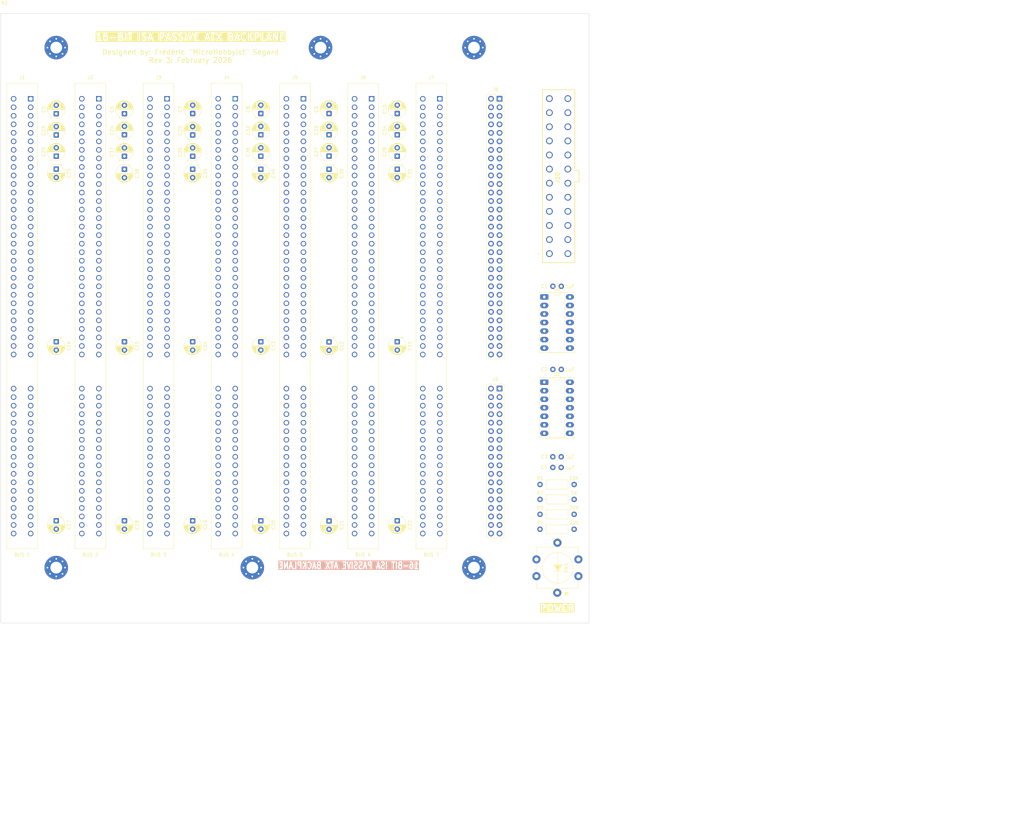
<source format=kicad_pcb>
(kicad_pcb (version 20241229) (generator "pcbnew") (generator_version "9.0")
  (title_block (date "2022-10-08") (rev "2"))
  (layers (0 "F.Cu" mixed) (2 "B.Cu" mixed) (13 "F.Paste" user) (15 "B.Paste" user) (5 "F.SilkS" user "F.Silkscreen") (7 "B.SilkS" user "B.Silkscreen") (1 "F.Mask" user) (3 "B.Mask" user) (25 "Edge.Cuts" user))
  (net 0 "")
  (net 1 "GND")
  (net 2 "+5V")
  (net 3 "Net-(C3-Pad1)")
  (net 4 "+12V")
  (net 5 "-12V")
  (net 6 "+3V3")
  (net 7 "VCC")
  (net 8 "Net-(C4-Pad1)")
  (net 9 "/D7")
  (net 10 "/D6")
  (net 11 "/D5")
  (net 12 "/D4")
  (net 13 "/D3")
  (net 14 "/D2")
  (net 15 "/D1")
  (net 16 "/D0")
  (net 17 "/USR3")
  (net 18 "/USR2")
  (net 19 "/USR1")
  (net 20 "/A15")
  (net 21 "/A14")
  (net 22 "/A13")
  (net 23 "/A12")
  (net 24 "/A11")
  (net 25 "/A10")
  (net 26 "/A9")
  (net 27 "/A8")
  (net 28 "/A7")
  (net 29 "/A6")
  (net 30 "/A5")
  (net 31 "/A4")
  (net 32 "/A3")
  (net 33 "/A2")
  (net 34 "/A1")
  (net 35 "/A0")
  (net 36 "/~{RESET}")
  (net 37 "/USR4")
  (net 38 "/~{NMI}")
  (net 39 "/~{MREQ}")
  (net 40 "/~{IORQ}")
  (net 41 "/~{WR}")
  (net 42 "/~{RD}")
  (net 43 "/~{IRQ2}")
  (net 44 "/~{IRQ10}")
  (net 45 "/~{IRQ11}")
  (net 46 "/~{IRQ12}")
  (net 47 "/~{HALT}")
  (net 48 "/~{IRQ13}")
  (net 49 "/A23")
  (net 50 "/A22")
  (net 51 "/A21")
  (net 52 "/A20")
  (net 53 "/A19")
  (net 54 "/A18")
  (net 55 "/A17")
  (net 56 "/A16")
  (net 57 "/~{IRQ7}")
  (net 58 "/D8")
  (net 59 "/D9")
  (net 60 "/D10")
  (net 61 "/D11")
  (net 62 "/D12")
  (net 63 "/D13")
  (net 64 "/D14")
  (net 65 "/D15")
  (net 66 "/~{IRQ6}")
  (net 67 "/USR5")
  (net 68 "/~{IRQ14}")
  (net 69 "/~{IRQ15}")
  (net 70 "/USR6")
  (net 71 "/~{IRQ1}")
  (net 72 "/~{IRQ0}")
  (net 73 "/~{IRQ5}")
  (net 74 "/~{IRQ4}")
  (net 75 "/~{IRQ3}")
  (net 76 "/Power/~{PS_ON}")
  (net 77 "/~{BREQ}")
  (net 78 "/BS")
  (net 79 "Net-(SW1-A)")
  (net 80 "Net-(U1-Pad4)")
  (net 81 "/RESET")
  (net 82 "/Q")
  (net 83 "/R{slash}~{W}")
  (net 84 "/~{RAM_{oe}}")
  (net 85 "/~{CBLK}")
  (net 86 "/USR7")
  (net 87 "/USR8")
  (net 88 "/~{IRQ8}")
  (net 89 "/~{IRQ9}")
  (net 90 "/~{MRDY}")
  (net 91 "/E")
  (net 92 "/BA")
  (net 93 "/MMU_{en}")
  (net 96 "Net-(R2-Pad2)")
  (net 97 "Net-(U2A-~{S})")
  (net 101 "Net-(U2A-C)")
  (net 104 "Net-(U2A-D)")
  (net 105 "/+5V")
  (net 106 "/USR0")
  (net 107 "/CLK_{acia}")
  (net 108 "/+3V3")
  (net 109 "/~{VMA}")
  (net 110 "/CLK_{1}")
  (net 111 "/+12V")
  (net 112 "/CLK_{cpu}")
  (net 113 "/CLK_{2}")
  (net 114 "/-12V")
  (footprint "Capacitor_THT:CP_Radial_D5.0mm_P2.50mm" (layer "F.Cu") (at 62.23 55.180112 90)
    (property "Reference" "C24")
    (property "Value" "10µF")
  )
  (footprint "Package_DIP:DIP-14_W7.62mm_Socket_LongPads" (layer "F.Cu") (at 187.325 103.505)
    (property "Reference" "U1")
    (property "Value" "74HCT14")
  )
  (footprint "Connector_PinSocket_2.54mm:PinSocket_2x18_P2.54mm_Vertical" (layer "F.Cu") (at 173.99 130.81)
    (property "Reference" "J9")
    (property "Value" "Conn_02x18_Top_Bottom" (hide yes))
  )
  (footprint "Capacitor_THT:CP_Radial_D5.0mm_P2.50mm" (layer "F.Cu") (at 41.91 170.18 -90)
    (property "Reference" "C17")
    (property "Value" "10µF")
  )
  (footprint "Capacitor_THT:CP_Radial_D5.0mm_P2.50mm" (layer "F.Cu") (at 143.51 170.18 -90)
    (property "Reference" "C22")
    (property "Value" "10µF")
  )
  (footprint "Capacitor_THT:CP_Radial_D5.0mm_P2.50mm" (layer "F.Cu") (at 123.19 116.904887 -90)
    (property "Reference" "C12")
    (property "Value" "10µF")
  )
  (footprint "Capacitor_THT:CP_Radial_D5.0mm_P2.50mm" (layer "F.Cu") (at 102.87 55.180112 90)
    (property "Reference" "C32")
    (property "Value" "10µF")
  )
  (footprint "MicroHobbyist:ATX_PSU_CONN" (layer "F.Cu") (at 196.395 67.505 90)
    (property "Reference" "J10")
    (property "Value" "ATX POWER" (hide yes))
  )
  (footprint "Capacitor_THT:C_Disc_D3.0mm_W1.6mm_P2.50mm" (layer "F.Cu") (at 189.885 125.095)
    (property "Reference" "C2")
    (property "Value" "1µF")
  )
  (footprint "Capacitor_THT:C_Disc_D3.0mm_W1.6mm_P2.50mm" (layer "F.Cu") (at 189.865 151.13)
    (property "Reference" "C3")
    (property "Value" "1µF")
  )
  (footprint "Capacitor_THT:CP_Radial_D5.0mm_P2.50mm" (layer "F.Cu") (at 102.87 116.84 -90)
    (property "Reference" "C13")
    (property "Value" "10µF")
  )
  (footprint "Capacitor_THT:CP_Radial_D5.0mm_P2.50mm" (layer "F.Cu") (at 62.23 61.595 90)
    (property "Reference" "C37")
    (property "Value" "10µF")
  )
  (footprint "Capacitor_THT:CP_Radial_D5.0mm_P2.50mm" (layer "F.Cu") (at 102.87 61.555 90)
    (property "Reference" "C26")
    (property "Value" "10µF")
  )
  (footprint "Capacitor_THT:CP_Radial_D5.0mm_P2.50mm" (layer "F.Cu") (at 143.51 55.205 90)
    (property "Reference" "C34")
    (property "Value" "10µF")
  )
  (footprint "Capacitor_THT:CP_Radial_D5.0mm_P2.50mm" (layer "F.Cu") (at 62.23 65.469887 -90)
    (property "Reference" "C38")
    (property "Value" "10µF")
  )
  (footprint "MountingHole:MountingHole_3.5mm_Pad_Via" (layer "F.Cu") (at 41.91 29.21)
    (property "Reference" "H1" (hide yes))
    (property "Value" "MH" (hide yes))
  )
  (footprint "Capacitor_THT:CP_Radial_D5.0mm_P2.50mm" (layer "F.Cu") (at 82.55 61.595 90)
    (property "Reference" "C36")
    (property "Value" "10µF")
  )
  (footprint "Capacitor_THT:CP_Radial_D5.0mm_P2.50mm" (layer "F.Cu") (at 82.55 55.245 90)
    (property "Reference" "C25")
    (property "Value" "10µF")
  )
  (footprint "Resistor_THT:R_Axial_DIN0207_L6.3mm_D2.5mm_P10.16mm_Horizontal" (layer "F.Cu") (at 186.055 159.385)
    (property "Reference" "R1")
    (property "Value" "10K")
  )
  (footprint "MicroHobbyist:ISA_Connector_98" (layer "F.Cu") (at 95.2434 44.45)
    (property "Reference" "J4")
    (property "Value" "BUS 4")
  )
  (footprint "Capacitor_THT:CP_Radial_D5.0mm_P2.50mm" (layer "F.Cu") (at 62.23 48.895 90)
    (property "Reference" "C6")
    (property "Value" "10µF")
  )
  (footprint "Capacitor_THT:CP_Radial_D5.0mm_P2.50mm" (layer "F.Cu") (at 143.51 65.445 -90)
    (property "Reference" "C31")
    (property "Value" "10µF")
  )
  (footprint "Capacitor_THT:CP_Radial_D5.0mm_P2.50mm" (layer "F.Cu") (at 143.51 61.555 90)
    (property "Reference" "C28")
    (property "Value" "10µF")
  )
  (footprint "Capacitor_THT:CP_Radial_D5.0mm_P2.50mm" (layer "F.Cu") (at 62.23 116.84 -90)
    (property "Reference" "C15")
    (property "Value" "10µF")
  )
  (footprint "Capacitor_THT:C_Disc_D3.0mm_W1.6mm_P2.50mm" (layer "F.Cu") (at 192.385 100.33 180)
    (property "Reference" "C1")
    (property "Value" "1µF")
  )
  (footprint "Resistor_THT:R_Axial_DIN0207_L6.3mm_D2.5mm_P10.16mm_Horizontal" (layer "F.Cu") (at 186.055 168.275)
    (property "Reference" "R3")
    (property "Value" "20K")
  )
  (footprint "Capacitor_THT:CP_Radial_D5.0mm_P2.50mm" (layer "F.Cu") (at 123.19 55.180112 90)
    (property "Reference" "C33")
    (property "Value" "10µF")
  )
  (footprint "Capacitor_THT:CP_Radial_D5.0mm_P2.50mm" (layer "F.Cu") (at 123.19 65.445 -90)
    (property "Reference" "C30")
    (property "Value" "10µF")
  )
  (footprint "Capacitor_THT:CP_Radial_D5.0mm_P2.50mm" (layer "F.Cu") (at 82.55 48.855 90)
    (property "Reference" "C7")
    (property "Value" "10µF")
  )
  (footprint "MicroHobbyist:ISA_Connector_98" (layer "F.Cu") (at 156.2034 44.45)
    (property "Reference" "J7")
    (property "Value" "BUS 7")
  )
  (footprint "MountingHole:MountingHole_3.5mm_Pad_Via" (layer "F.Cu") (at 41.91 184.15)
    (property "Reference" "H4" (hide yes))
    (property "Value" "MH" (hide yes))
  )
  (footprint "MicroHobbyist:ISA_Connector_98" (layer "F.Cu") (at 54.6034 44.45)
    (property "Reference" "J2")
    (property "Value" "BUS 2")
  )
  (footprint "Capacitor_THT:CP_Radial_D5.0mm_P2.50mm" (layer "F.Cu") (at 143.51 116.84 -90)
    (property "Reference" "C11")
    (property "Value" "10µF")
  )
  (footprint "Capacitor_THT:CP_Radial_D5.0mm_P2.50mm" (layer "F.Cu") (at 102.87 65.445 -90)
    (property "Reference" "C40")
    (property "Value" "10µF")
  )
  (footprint "Connector_PinSocket_2.54mm:PinSocket_2x31_P2.54mm_Vertical" (layer "F.Cu") (at 173.99 44.45)
    (property "Reference" "J8")
    (property "Value" "Conn_02x31_Top_Bottom" (hide yes))
  )
  (footprint "Capacitor_THT:CP_Radial_D5.0mm_P2.50mm" (layer "F.Cu") (at 123.19 170.244887 -90)
    (property "Reference" "C21")
    (property "Value" "10µF")
  )
  (footprint "Capacitor_THT:CP_Radial_D5.0mm_P2.50mm" (layer "F.Cu") (at 62.23 170.18 -90)
    (property "Reference" "C18")
    (property "Value" "10µF")
  )
  (footprint "MicroHobbyist:ISA_Connector_98" (layer "F.Cu") (at 135.8768 44.45)
    (property "Reference" "J6")
    (property "Value" "BUS 6")
  )
  (footprint "Capacitor_THT:C_Disc_D3.0mm_W1.6mm_P2.50mm" (layer "F.Cu") (at 189.865 154.305)
    (property "Reference" "C4")
    (property "Value" "1µF")
  )
  (footprint "Capacitor_THT:CP_Radial_D5.0mm_P2.50mm" (layer "F.Cu") (at 41.91 65.405 -90)
    (property "Reference" "C35")
    (property "Value" "10µF")
  )
  (footprint "MicroHobbyist:ISA_Connector_98" (layer "F.Cu") (at 34.2834 44.45)
    (property "Reference" "J1")
    (property "Value" "BUS 1")
  )
  (footprint "MicroHobbyist:Pushbutton_12mm_LED" (layer "F.Cu") (at 197.485 181.69 -90)
    (property "Reference" "SW1")
    (property "Value" "POWER")
  )
  (footprint "Capacitor_THT:CP_Radial_D5.0mm_P2.50mm" (layer "F.Cu") (at 82.55 65.445 -90)
    (property "Reference" "C39")
    (property "Value" "10µF")
  )
  (footprint "MountingHole:MountingHole_3.5mm_Pad_Via" (layer "F.Cu") (at 166.37 184.15)
    (property "Reference" "H6" (hide yes))
    (property "Value" "MH" (hide yes))
  )
  (footprint "Capacitor_THT:CP_Radial_D5.0mm_P2.50mm" (layer "F.Cu") (at 123.19 48.855 90)
    (property "Reference" "C9")
    (property "Value" "10µF")
  )
  (footprint "Capacitor_THT:CP_Radial_D5.0mm_P2.50mm" (layer "F.Cu") (at 82.55 116.84 -90)
    (property "Reference" "C14")
    (property "Value" "10µF")
  )
  (footprint "Capacitor_THT:CP_Radial_D5.0mm_P2.50mm" (layer "F.Cu") (at 143.51 48.855 90)
    (property "Reference" "C10")
    (property "Value" "10µF")
  )
  (footprint "Capacitor_THT:CP_Radial_D5.0mm_P2.50mm" (layer "F.Cu") (at 123.19 61.530112 90)
    (property "Reference" "C27")
    (property "Value" "10µF")
  )
  (footprint "MountingHole:MountingHole_3.5mm_Pad_Via" (layer "F.Cu") (at 166.37 29.21)
    (property "Reference" "H3" (hide yes))
    (property "Value" "MH" (hide yes))
  )
  (footprint "Resistor_THT:R_Axial_DIN0207_L6.3mm_D2.5mm_P10.16mm_Horizontal" (layer "F.Cu") (at 186.055 172.72)
    (property "Reference" "R4")
    (property "Value" "220")
  )
  (footprint "Capacitor_THT:CP_Radial_D5.0mm_P2.50mm" (layer "F.Cu") (at 41.91 55.245 90)
    (property "Reference" "C23")
    (property "Value" "10µF")
  )
  (footprint "Capacitor_THT:CP_Radial_D5.0mm_P2.50mm" (layer "F.Cu") (at 41.91 61.555 90)
    (property "Reference" "C29")
    (property "Value" "10µF")
  )
  (footprint "Capacitor_THT:CP_Radial_D5.0mm_P2.50mm" (layer "F.Cu") (at 102.87 170.18 -90)
    (property "Reference" "C20")
    (property "Value" "10µF")
  )
  (footprint "Package_DIP:DIP-14_W7.62mm_Socket_LongPads" (layer "F.Cu") (at 187.325 128.905)
    (property "Reference" "U2")
    (property "Value" "74HCT74")
  )
  (footprint "MountingHole:MountingHole_3.5mm_Pad_Via" (layer "F.Cu") (at 100.33 184.15)
    (property "Reference" "H5" (hide yes))
    (property "Value" "MH" (hide yes))
  )
  (footprint "MicroHobbyist:ISA_Connector_98" (layer "F.Cu") (at 74.9234 44.45)
    (property "Reference" "J3")
    (property "Value" "BUS 3")
  )
  (footprint "MountingHole:MountingHole_3.5mm_Pad_Via" (layer "F.Cu") (at 120.65 29.21)
    (property "Reference" "H2" (hide yes))
    (property "Value" "MH" (hide yes))
  )
  (footprint "Capacitor_THT:CP_Radial_D5.0mm_P2.50mm" (layer "F.Cu") (at 82.55 170.18 -90)
    (property "Reference" "C19")
    (property "Value" "10µF")
  )
  (footprint "MicroHobbyist:ATX_Backplane" (layer "F.Cu") (at 25.4 19.05)
    (property "Reference" "N1")
    (property "Value" "Housing")
  )
  (footprint "MicroHobbyist:ISA_Connector_98" (layer "F.Cu") (at 115.5634 44.45)
    (property "Reference" "J5")
    (property "Value" "BUS 5")
  )
  (footprint "Capacitor_THT:CP_Radial_D5.0mm_P2.50mm" (layer "F.Cu") (at 102.87 48.855 90)
    (property "Reference" "C8")
    (property "Value" "10µF")
  )
  (footprint "Capacitor_THT:CP_Radial_D5.0mm_P2.50mm" (layer "F.Cu") (at 41.91 48.895 90)
    (property "Reference" "C5")
    (property "Value" "10µF")
  )
  (footprint "Resistor_THT:R_Axial_DIN0207_L6.3mm_D2.5mm_P10.16mm_Horizontal" (layer "F.Cu") (at 186.055 163.83)
    (property "Reference" "R2")
    (property "Value" "1K")
  )
  (footprint "Capacitor_THT:CP_Radial_D5.0mm_P2.50mm" (layer "F.Cu") (at 41.91 116.84 -90)
    (property "Reference" "C16")
    (property "Value" "10µF")
  )
  (gr_rect (start 25.3934 19.05) (end 200.66 200.66) (stroke (width 0.1)) (fill no) (layer "Edge.Cuts"))
  (gr_text "Designed by: Frédéric {dblquote}MicroHobbyist{dblquote} Segard\nRev 3: February 2026" (at 81.915 31.75 0) (layer "F.SilkS") (effects (font (size 1.5 1.5) (thickness 0.22))))
  (gr_text "16-BIT ISA PASSIVE ATX BACKPLANE" (at 81.915 26.035 0) (layer "F.SilkS" knockout) (effects (font (size 2.286 2.032) (thickness 0.375) (bold yes))))
  (gr_text "16-BIT ISA PASSIVE ATX BACKPLANE" (at 129.032 183.515 -0) (layer "B.SilkS" knockout) (effects (font (size 2 1.5) (thickness 0.375) (bold yes)) (justify mirror)))
)
</source>
